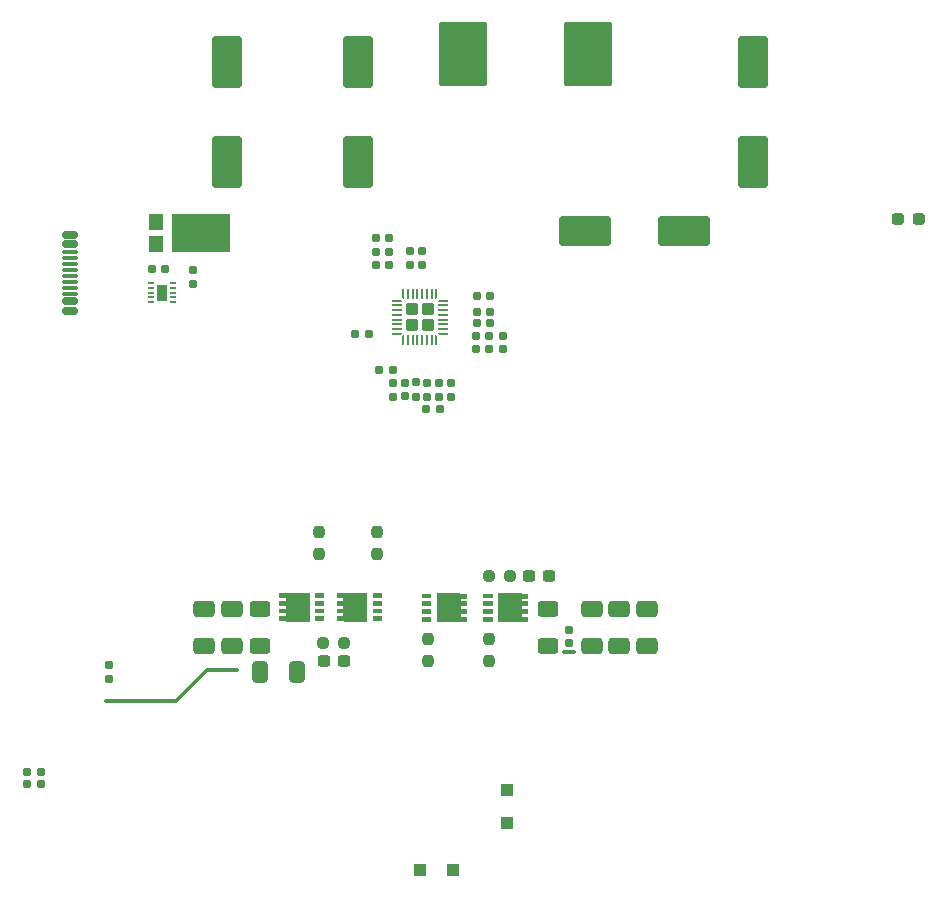
<source format=gtp>
G04 #@! TF.GenerationSoftware,KiCad,Pcbnew,9.0.7-9-ga3ce409f20*
G04 #@! TF.CreationDate,2026-02-05T23:32:44+08:00*
G04 #@! TF.ProjectId,SC8703_Buck-Boost,53433837-3033-45f4-9275-636b2d426f6f,rev?*
G04 #@! TF.SameCoordinates,Original*
G04 #@! TF.FileFunction,Paste,Top*
G04 #@! TF.FilePolarity,Positive*
%FSLAX46Y46*%
G04 Gerber Fmt 4.6, Leading zero omitted, Abs format (unit mm)*
G04 Created by KiCad (PCBNEW 9.0.7-9-ga3ce409f20) date 2026-02-05 23:32:44*
%MOMM*%
%LPD*%
G01*
G04 APERTURE LIST*
G04 Aperture macros list*
%AMRoundRect*
0 Rectangle with rounded corners*
0 $1 Rounding radius*
0 $2 $3 $4 $5 $6 $7 $8 $9 X,Y pos of 4 corners*
0 Add a 4 corners polygon primitive as box body*
4,1,4,$2,$3,$4,$5,$6,$7,$8,$9,$2,$3,0*
0 Add four circle primitives for the rounded corners*
1,1,$1+$1,$2,$3*
1,1,$1+$1,$4,$5*
1,1,$1+$1,$6,$7*
1,1,$1+$1,$8,$9*
0 Add four rect primitives between the rounded corners*
20,1,$1+$1,$2,$3,$4,$5,0*
20,1,$1+$1,$4,$5,$6,$7,0*
20,1,$1+$1,$6,$7,$8,$9,0*
20,1,$1+$1,$8,$9,$2,$3,0*%
%AMFreePoly0*
4,1,14,0.314644,0.085355,0.385355,0.014644,0.400000,-0.020711,0.400000,-0.050000,0.385355,-0.085355,0.350000,-0.100000,-0.350000,-0.100000,-0.385355,-0.085355,-0.400000,-0.050000,-0.400000,0.050000,-0.385355,0.085355,-0.350000,0.100000,0.279289,0.100000,0.314644,0.085355,0.314644,0.085355,$1*%
%AMFreePoly1*
4,1,14,0.385355,0.085355,0.400000,0.050000,0.400000,0.020711,0.385355,-0.014644,0.314644,-0.085355,0.279289,-0.100000,-0.350000,-0.100000,-0.385355,-0.085355,-0.400000,-0.050000,-0.400000,0.050000,-0.385355,0.085355,-0.350000,0.100000,0.350000,0.100000,0.385355,0.085355,0.385355,0.085355,$1*%
%AMFreePoly2*
4,1,14,0.085355,0.385355,0.100000,0.350000,0.100000,-0.350000,0.085355,-0.385355,0.050000,-0.400000,-0.050000,-0.400000,-0.085355,-0.385355,-0.100000,-0.350000,-0.100000,0.279289,-0.085355,0.314644,-0.014644,0.385355,0.020711,0.400000,0.050000,0.400000,0.085355,0.385355,0.085355,0.385355,$1*%
%AMFreePoly3*
4,1,14,0.014644,0.385355,0.085355,0.314644,0.100000,0.279289,0.100000,-0.350000,0.085355,-0.385355,0.050000,-0.400000,-0.050000,-0.400000,-0.085355,-0.385355,-0.100000,-0.350000,-0.100000,0.350000,-0.085355,0.385355,-0.050000,0.400000,-0.020711,0.400000,0.014644,0.385355,0.014644,0.385355,$1*%
%AMFreePoly4*
4,1,14,0.385355,0.085355,0.400000,0.050000,0.400000,-0.050000,0.385355,-0.085355,0.350000,-0.100000,-0.279289,-0.100000,-0.314644,-0.085355,-0.385355,-0.014644,-0.400000,0.020711,-0.400000,0.050000,-0.385355,0.085355,-0.350000,0.100000,0.350000,0.100000,0.385355,0.085355,0.385355,0.085355,$1*%
%AMFreePoly5*
4,1,14,0.385355,0.085355,0.400000,0.050000,0.400000,-0.050000,0.385355,-0.085355,0.350000,-0.100000,-0.350000,-0.100000,-0.385355,-0.085355,-0.400000,-0.050000,-0.400000,-0.020711,-0.385355,0.014644,-0.314644,0.085355,-0.279289,0.100000,0.350000,0.100000,0.385355,0.085355,0.385355,0.085355,$1*%
%AMFreePoly6*
4,1,14,0.085355,0.385355,0.100000,0.350000,0.100000,-0.279289,0.085355,-0.314644,0.014644,-0.385355,-0.020711,-0.400000,-0.050000,-0.400000,-0.085355,-0.385355,-0.100000,-0.350000,-0.100000,0.350000,-0.085355,0.385355,-0.050000,0.400000,0.050000,0.400000,0.085355,0.385355,0.085355,0.385355,$1*%
%AMFreePoly7*
4,1,14,0.085355,0.385355,0.100000,0.350000,0.100000,-0.350000,0.085355,-0.385355,0.050000,-0.400000,0.020711,-0.400000,-0.014644,-0.385355,-0.085355,-0.314644,-0.100000,-0.279289,-0.100000,0.350000,-0.085355,0.385355,-0.050000,0.400000,0.050000,0.400000,0.085355,0.385355,0.085355,0.385355,$1*%
G04 Aperture macros list end*
%ADD10C,0.350000*%
%ADD11C,0.000000*%
%ADD12RoundRect,0.250000X-0.412500X-0.650000X0.412500X-0.650000X0.412500X0.650000X-0.412500X0.650000X0*%
%ADD13R,0.800000X0.400000*%
%ADD14R,2.000000X2.450000*%
%ADD15RoundRect,0.237500X0.250000X0.237500X-0.250000X0.237500X-0.250000X-0.237500X0.250000X-0.237500X0*%
%ADD16RoundRect,0.250000X0.650000X-0.412500X0.650000X0.412500X-0.650000X0.412500X-0.650000X-0.412500X0*%
%ADD17RoundRect,0.237500X0.237500X-0.250000X0.237500X0.250000X-0.237500X0.250000X-0.237500X-0.250000X0*%
%ADD18RoundRect,0.250000X0.300000X-0.300000X0.300000X0.300000X-0.300000X0.300000X-0.300000X-0.300000X0*%
%ADD19RoundRect,0.160000X-0.197500X-0.160000X0.197500X-0.160000X0.197500X0.160000X-0.197500X0.160000X0*%
%ADD20RoundRect,0.250000X0.625000X-0.400000X0.625000X0.400000X-0.625000X0.400000X-0.625000X-0.400000X0*%
%ADD21RoundRect,0.250000X-0.625000X0.400000X-0.625000X-0.400000X0.625000X-0.400000X0.625000X0.400000X0*%
%ADD22RoundRect,0.237500X-0.300000X-0.237500X0.300000X-0.237500X0.300000X0.237500X-0.300000X0.237500X0*%
%ADD23RoundRect,0.237500X0.300000X0.237500X-0.300000X0.237500X-0.300000X-0.237500X0.300000X-0.237500X0*%
%ADD24RoundRect,0.250000X0.300000X0.300000X-0.300000X0.300000X-0.300000X-0.300000X0.300000X-0.300000X0*%
%ADD25RoundRect,0.155000X-0.155000X0.212500X-0.155000X-0.212500X0.155000X-0.212500X0.155000X0.212500X0*%
%ADD26RoundRect,0.155000X-0.212500X-0.155000X0.212500X-0.155000X0.212500X0.155000X-0.212500X0.155000X0*%
%ADD27RoundRect,0.155000X0.155000X-0.212500X0.155000X0.212500X-0.155000X0.212500X-0.155000X-0.212500X0*%
%ADD28RoundRect,0.160000X0.160000X-0.197500X0.160000X0.197500X-0.160000X0.197500X-0.160000X-0.197500X0*%
%ADD29R,1.310000X1.400000*%
%ADD30R,4.910000X3.210000*%
%ADD31RoundRect,0.250002X-1.799998X-2.499998X1.799998X-2.499998X1.799998X2.499998X-1.799998X2.499998X0*%
%ADD32RoundRect,0.250000X1.950000X1.000000X-1.950000X1.000000X-1.950000X-1.000000X1.950000X-1.000000X0*%
%ADD33RoundRect,0.250000X1.000000X-1.950000X1.000000X1.950000X-1.000000X1.950000X-1.000000X-1.950000X0*%
%ADD34RoundRect,0.160000X-0.160000X0.197500X-0.160000X-0.197500X0.160000X-0.197500X0.160000X0.197500X0*%
%ADD35RoundRect,0.160000X0.197500X0.160000X-0.197500X0.160000X-0.197500X-0.160000X0.197500X-0.160000X0*%
%ADD36RoundRect,0.150000X-0.500000X0.150000X-0.500000X-0.150000X0.500000X-0.150000X0.500000X0.150000X0*%
%ADD37RoundRect,0.075000X-0.575000X0.075000X-0.575000X-0.075000X0.575000X-0.075000X0.575000X0.075000X0*%
%ADD38RoundRect,0.155000X0.212500X0.155000X-0.212500X0.155000X-0.212500X-0.155000X0.212500X-0.155000X0*%
%ADD39RoundRect,0.250000X-0.285000X-0.285000X0.285000X-0.285000X0.285000X0.285000X-0.285000X0.285000X0*%
%ADD40FreePoly0,0.000000*%
%ADD41RoundRect,0.050000X-0.350000X-0.050000X0.350000X-0.050000X0.350000X0.050000X-0.350000X0.050000X0*%
%ADD42FreePoly1,0.000000*%
%ADD43FreePoly2,0.000000*%
%ADD44RoundRect,0.050000X-0.050000X-0.350000X0.050000X-0.350000X0.050000X0.350000X-0.050000X0.350000X0*%
%ADD45FreePoly3,0.000000*%
%ADD46FreePoly4,0.000000*%
%ADD47FreePoly5,0.000000*%
%ADD48FreePoly6,0.000000*%
%ADD49FreePoly7,0.000000*%
%ADD50R,0.505000X0.224000*%
%ADD51R,0.900000X1.400000*%
%ADD52RoundRect,0.237500X0.287500X0.237500X-0.287500X0.237500X-0.287500X-0.237500X0.287500X-0.237500X0*%
G04 APERTURE END LIST*
D10*
X119100400Y-114589200D02*
X118059000Y-114589200D01*
X118059000Y-114589200D02*
X115417400Y-117230800D01*
X115417400Y-117230800D02*
X109524600Y-117230800D01*
X120573600Y-114589200D02*
X119100400Y-114589200D01*
X149148600Y-113116000D02*
X148285000Y-113116000D01*
D11*
G04 #@! TO.C,Q1*
G36*
X142233400Y-108572000D02*
G01*
X141433400Y-108572000D01*
X141433400Y-108172000D01*
X142233400Y-108172000D01*
X142233400Y-108572000D01*
G37*
G36*
X142233400Y-109222500D02*
G01*
X141433400Y-109222500D01*
X141433400Y-108822500D01*
X142233400Y-108822500D01*
X142233400Y-109222500D01*
G37*
G36*
X142233400Y-109872500D02*
G01*
X141433400Y-109872500D01*
X141433400Y-109472500D01*
X142233400Y-109472500D01*
X142233400Y-109872500D01*
G37*
G36*
X142233400Y-110522500D02*
G01*
X141433400Y-110522500D01*
X141433400Y-110122500D01*
X142233400Y-110122500D01*
X142233400Y-110522500D01*
G37*
G36*
X144683400Y-108172000D02*
G01*
X145233400Y-108172000D01*
X145233400Y-108577000D01*
X144683400Y-108577000D01*
X144683400Y-108822000D01*
X145233400Y-108822000D01*
X145233400Y-109222000D01*
X144688400Y-109222000D01*
X144688400Y-109462000D01*
X144693400Y-109467000D01*
X145238400Y-109467000D01*
X145233400Y-109472000D01*
X145233400Y-109872000D01*
X144683400Y-109872000D01*
X144683400Y-110127000D01*
X145233400Y-110127000D01*
X145233400Y-110527000D01*
X144683400Y-110527000D01*
X144683400Y-110567000D01*
X142688400Y-110567000D01*
X142683400Y-108122000D01*
X144683400Y-108122000D01*
X144683400Y-108172000D01*
G37*
G04 #@! TO.C,Q2*
G36*
X127984000Y-108541567D02*
G01*
X127184000Y-108541567D01*
X127184000Y-108141567D01*
X127984000Y-108141567D01*
X127984000Y-108541567D01*
G37*
G36*
X127984000Y-109191567D02*
G01*
X127184000Y-109191567D01*
X127184000Y-108791567D01*
X127984000Y-108791567D01*
X127984000Y-109191567D01*
G37*
G36*
X127984000Y-109841567D02*
G01*
X127184000Y-109841567D01*
X127184000Y-109441567D01*
X127984000Y-109441567D01*
X127984000Y-109841567D01*
G37*
G36*
X127984000Y-110492067D02*
G01*
X127184000Y-110492067D01*
X127184000Y-110092067D01*
X127984000Y-110092067D01*
X127984000Y-110492067D01*
G37*
G36*
X126734000Y-110542067D02*
G01*
X124734000Y-110542067D01*
X124734000Y-110492067D01*
X124184000Y-110492067D01*
X124184000Y-110087067D01*
X124734000Y-110087067D01*
X124734000Y-109842067D01*
X124184000Y-109842067D01*
X124184000Y-109442067D01*
X124729000Y-109442067D01*
X124729000Y-109202067D01*
X124724000Y-109197067D01*
X124179000Y-109197067D01*
X124184000Y-109192067D01*
X124184000Y-108792067D01*
X124734000Y-108792067D01*
X124734000Y-108537067D01*
X124184000Y-108537067D01*
X124184000Y-108137067D01*
X124734000Y-108137067D01*
X124734000Y-108097067D01*
X126729000Y-108097067D01*
X126734000Y-110542067D01*
G37*
G04 #@! TO.C,Q4*
G36*
X132863600Y-108541567D02*
G01*
X132063600Y-108541567D01*
X132063600Y-108141567D01*
X132863600Y-108141567D01*
X132863600Y-108541567D01*
G37*
G36*
X132863600Y-109191567D02*
G01*
X132063600Y-109191567D01*
X132063600Y-108791567D01*
X132863600Y-108791567D01*
X132863600Y-109191567D01*
G37*
G36*
X132863600Y-109841567D02*
G01*
X132063600Y-109841567D01*
X132063600Y-109441567D01*
X132863600Y-109441567D01*
X132863600Y-109841567D01*
G37*
G36*
X132863600Y-110492067D02*
G01*
X132063600Y-110492067D01*
X132063600Y-110092067D01*
X132863600Y-110092067D01*
X132863600Y-110492067D01*
G37*
G36*
X131613600Y-110542067D02*
G01*
X129613600Y-110542067D01*
X129613600Y-110492067D01*
X129063600Y-110492067D01*
X129063600Y-110087067D01*
X129613600Y-110087067D01*
X129613600Y-109842067D01*
X129063600Y-109842067D01*
X129063600Y-109442067D01*
X129608600Y-109442067D01*
X129608600Y-109202067D01*
X129603600Y-109197067D01*
X129058600Y-109197067D01*
X129063600Y-109192067D01*
X129063600Y-108792067D01*
X129613600Y-108792067D01*
X129613600Y-108537067D01*
X129063600Y-108537067D01*
X129063600Y-108137067D01*
X129613600Y-108137067D01*
X129613600Y-108097067D01*
X131608600Y-108097067D01*
X131613600Y-110542067D01*
G37*
G04 #@! TO.C,Q3*
G36*
X137051800Y-108572000D02*
G01*
X136251800Y-108572000D01*
X136251800Y-108172000D01*
X137051800Y-108172000D01*
X137051800Y-108572000D01*
G37*
G36*
X137051800Y-109222500D02*
G01*
X136251800Y-109222500D01*
X136251800Y-108822500D01*
X137051800Y-108822500D01*
X137051800Y-109222500D01*
G37*
G36*
X137051800Y-109872500D02*
G01*
X136251800Y-109872500D01*
X136251800Y-109472500D01*
X137051800Y-109472500D01*
X137051800Y-109872500D01*
G37*
G36*
X137051800Y-110522500D02*
G01*
X136251800Y-110522500D01*
X136251800Y-110122500D01*
X137051800Y-110122500D01*
X137051800Y-110522500D01*
G37*
G36*
X139501800Y-108172000D02*
G01*
X140051800Y-108172000D01*
X140051800Y-108577000D01*
X139501800Y-108577000D01*
X139501800Y-108822000D01*
X140051800Y-108822000D01*
X140051800Y-109222000D01*
X139506800Y-109222000D01*
X139506800Y-109462000D01*
X139511800Y-109467000D01*
X140056800Y-109467000D01*
X140051800Y-109472000D01*
X140051800Y-109872000D01*
X139501800Y-109872000D01*
X139501800Y-110127000D01*
X140051800Y-110127000D01*
X140051800Y-110527000D01*
X139501800Y-110527000D01*
X139501800Y-110567000D01*
X137506800Y-110567000D01*
X137501800Y-108122000D01*
X139501800Y-108122000D01*
X139501800Y-108172000D01*
G37*
G04 #@! TD*
D12*
G04 #@! TO.C,C11*
X122554800Y-114817800D03*
X125679800Y-114817800D03*
G04 #@! TD*
D13*
G04 #@! TO.C,Q1*
X144833400Y-108372000D03*
X144833400Y-109022000D03*
D14*
X143683400Y-109347000D03*
D13*
X144833400Y-109672500D03*
X144833400Y-110322000D03*
X141833400Y-110322000D03*
X141833400Y-108372000D03*
X141833400Y-109022000D03*
X141833400Y-109672000D03*
G04 #@! TD*
D15*
G04 #@! TO.C,R2*
X129690300Y-112328600D03*
X127865300Y-112328600D03*
G04 #@! TD*
D16*
G04 #@! TO.C,C7*
X152958600Y-112595700D03*
X152958600Y-109470700D03*
G04 #@! TD*
D13*
G04 #@! TO.C,Q2*
X124584000Y-110292067D03*
X124584000Y-109642067D03*
D14*
X125734000Y-109317067D03*
D13*
X124584000Y-108991567D03*
X124584000Y-108342067D03*
X127584000Y-108342067D03*
X127584000Y-110292067D03*
X127584000Y-109642067D03*
X127584000Y-108992067D03*
G04 #@! TD*
D17*
G04 #@! TO.C,R13*
X136753400Y-113825300D03*
X136753400Y-112000300D03*
G04 #@! TD*
D18*
G04 #@! TO.C,D2*
X143455600Y-127585700D03*
X143455600Y-124785700D03*
G04 #@! TD*
D15*
G04 #@! TO.C,R1*
X143738400Y-106664400D03*
X141913400Y-106664400D03*
G04 #@! TD*
D16*
G04 #@! TO.C,C8*
X155295400Y-112595700D03*
X155295400Y-109470700D03*
G04 #@! TD*
D19*
G04 #@! TO.C,R12*
X102792400Y-124241200D03*
X103987400Y-124241200D03*
G04 #@! TD*
D20*
G04 #@! TO.C,R7*
X146913400Y-112583200D03*
X146913400Y-109483200D03*
G04 #@! TD*
D13*
G04 #@! TO.C,Q4*
X129463600Y-110292067D03*
X129463600Y-109642067D03*
D14*
X130613600Y-109317067D03*
D13*
X129463600Y-108991567D03*
X129463600Y-108342067D03*
X132463600Y-108342067D03*
X132463600Y-110292067D03*
X132463600Y-109642067D03*
X132463600Y-108992067D03*
G04 #@! TD*
G04 #@! TO.C,Q3*
X139651800Y-108372000D03*
X139651800Y-109022000D03*
D14*
X138501800Y-109347000D03*
D13*
X139651800Y-109672500D03*
X139651800Y-110322000D03*
X136651800Y-110322000D03*
X136651800Y-108372000D03*
X136651800Y-109022000D03*
X136651800Y-109672000D03*
G04 #@! TD*
D19*
G04 #@! TO.C,R11*
X102792400Y-123250600D03*
X103987400Y-123250600D03*
G04 #@! TD*
D17*
G04 #@! TO.C,R9*
X141909600Y-113825300D03*
X141909600Y-112000300D03*
G04 #@! TD*
D16*
G04 #@! TO.C,C12*
X117779600Y-112595700D03*
X117779600Y-109470700D03*
G04 #@! TD*
D21*
G04 #@! TO.C,R8*
X122554800Y-109483200D03*
X122554800Y-112583200D03*
G04 #@! TD*
D22*
G04 #@! TO.C,C2*
X127915300Y-113852600D03*
X129640300Y-113852600D03*
G04 #@! TD*
D16*
G04 #@! TO.C,C6*
X150621800Y-112595700D03*
X150621800Y-109470700D03*
G04 #@! TD*
D23*
G04 #@! TO.C,C1*
X147038200Y-106664400D03*
X145313200Y-106664400D03*
G04 #@! TD*
D17*
G04 #@! TO.C,R10*
X127558600Y-104782900D03*
X127558600Y-102957900D03*
G04 #@! TD*
G04 #@! TO.C,R14*
X132460800Y-104782900D03*
X132460800Y-102957900D03*
G04 #@! TD*
D16*
G04 #@! TO.C,C13*
X120167200Y-112595700D03*
X120167200Y-109470700D03*
G04 #@! TD*
D24*
G04 #@! TO.C,D3*
X138886600Y-131570500D03*
X136086600Y-131570500D03*
G04 #@! TD*
D25*
G04 #@! TO.C,C9*
X148716800Y-111202300D03*
X148716800Y-112337300D03*
G04 #@! TD*
G04 #@! TO.C,C14*
X109753200Y-114237100D03*
X109753200Y-115372100D03*
G04 #@! TD*
D26*
G04 #@! TO.C,C22*
X136630000Y-92532200D03*
X137765000Y-92532200D03*
G04 #@! TD*
D27*
G04 #@! TO.C,C16*
X136274400Y-80303500D03*
X136274400Y-79168500D03*
G04 #@! TD*
D19*
G04 #@! TO.C,R16*
X132586800Y-89255600D03*
X133781800Y-89255600D03*
G04 #@! TD*
D28*
G04 #@! TO.C,R21*
X116879900Y-81969300D03*
X116879900Y-80774300D03*
G04 #@! TD*
D29*
G04 #@! TO.C,D4*
X113715800Y-78593400D03*
D30*
X117565800Y-77663400D03*
D29*
X113715800Y-76733400D03*
G04 #@! TD*
D31*
G04 #@! TO.C,L1*
X139708600Y-62484000D03*
X150308600Y-62484000D03*
G04 #@! TD*
D27*
G04 #@! TO.C,C21*
X136714900Y-91474100D03*
X136714900Y-90339100D03*
G04 #@! TD*
D32*
G04 #@! TO.C,C25*
X158470600Y-77419200D03*
X150070600Y-77419200D03*
G04 #@! TD*
D33*
G04 #@! TO.C,C5*
X119710200Y-71582500D03*
X119710200Y-63182500D03*
G04 #@! TD*
D27*
G04 #@! TO.C,C19*
X134784500Y-91457400D03*
X134784500Y-90322400D03*
G04 #@! TD*
D26*
G04 #@! TO.C,C20*
X140871800Y-85281900D03*
X142006800Y-85281900D03*
G04 #@! TD*
D34*
G04 #@! TO.C,R4*
X133463700Y-78055000D03*
X133463700Y-79250000D03*
G04 #@! TD*
D28*
G04 #@! TO.C,R18*
X135749700Y-91478700D03*
X135749700Y-90283700D03*
G04 #@! TD*
G04 #@! TO.C,R19*
X137705500Y-91504100D03*
X137705500Y-90309100D03*
G04 #@! TD*
D35*
G04 #@! TO.C,R5*
X143094900Y-86340000D03*
X141899900Y-86340000D03*
G04 #@! TD*
D36*
G04 #@! TO.C,J3*
X106470800Y-77800000D03*
X106470800Y-78600000D03*
D37*
X106470800Y-79750000D03*
X106470800Y-80750000D03*
X106470800Y-81250000D03*
X106470800Y-82250000D03*
D36*
X106470800Y-83400000D03*
X106470800Y-84200000D03*
X106470800Y-84200000D03*
X106470800Y-83400000D03*
D37*
X106470800Y-82750000D03*
X106470800Y-81750000D03*
X106470800Y-80250000D03*
X106470800Y-79250000D03*
D36*
X106470800Y-78600000D03*
X106470800Y-77800000D03*
G04 #@! TD*
D28*
G04 #@! TO.C,R17*
X133819300Y-91487400D03*
X133819300Y-90292400D03*
G04 #@! TD*
D33*
G04 #@! TO.C,C10*
X164287200Y-71582500D03*
X164287200Y-63182500D03*
G04 #@! TD*
D28*
G04 #@! TO.C,R20*
X138696100Y-91529500D03*
X138696100Y-90334500D03*
G04 #@! TD*
D38*
G04 #@! TO.C,C23*
X114501000Y-80711400D03*
X113366000Y-80711400D03*
G04 #@! TD*
D39*
G04 #@! TO.C,U1*
X135408200Y-84099400D03*
X135408200Y-85419400D03*
X136728200Y-84099400D03*
X136728200Y-85419400D03*
D40*
X134118200Y-83359400D03*
D41*
X134118200Y-83759400D03*
X134118200Y-84159400D03*
X134118200Y-84559400D03*
X134118200Y-84959400D03*
X134118200Y-85359400D03*
X134118200Y-85759400D03*
D42*
X134118200Y-86159400D03*
D43*
X134668200Y-86709400D03*
D44*
X135068200Y-86709400D03*
X135468200Y-86709400D03*
X135868200Y-86709400D03*
X136268200Y-86709400D03*
X136668200Y-86709400D03*
X137068200Y-86709400D03*
D45*
X137468200Y-86709400D03*
D46*
X138018200Y-86159400D03*
D41*
X138018200Y-85759400D03*
X138018200Y-85359400D03*
X138018200Y-84959400D03*
X138018200Y-84559400D03*
X138018200Y-84159400D03*
X138018200Y-83759400D03*
D47*
X138018200Y-83359400D03*
D48*
X137468200Y-82809400D03*
D44*
X137068200Y-82809400D03*
X136668200Y-82809400D03*
X136268200Y-82809400D03*
X135868200Y-82809400D03*
X135468200Y-82809400D03*
X135068200Y-82809400D03*
D49*
X134668200Y-82809400D03*
G04 #@! TD*
D33*
G04 #@! TO.C,C24*
X130810000Y-71582500D03*
X130810000Y-63182500D03*
G04 #@! TD*
D26*
G04 #@! TO.C,C18*
X140871800Y-84291300D03*
X142006800Y-84291300D03*
G04 #@! TD*
G04 #@! TO.C,C3*
X132328700Y-80303500D03*
X133463700Y-80303500D03*
G04 #@! TD*
D35*
G04 #@! TO.C,R6*
X143094900Y-87475000D03*
X141899900Y-87475000D03*
G04 #@! TD*
D50*
G04 #@! TO.C,U2*
X113348500Y-81879800D03*
X113348500Y-82279800D03*
X113348500Y-82679800D03*
X113348500Y-83079800D03*
X113348500Y-83479800D03*
X115203500Y-83479800D03*
X115203500Y-83079800D03*
X115203500Y-82679800D03*
X115203500Y-82279800D03*
X115203500Y-81879800D03*
D51*
X114276000Y-82679800D03*
G04 #@! TD*
D52*
G04 #@! TO.C,D1*
X178318600Y-76416000D03*
X176568600Y-76416000D03*
G04 #@! TD*
D19*
G04 #@! TO.C,R15*
X130571500Y-86170900D03*
X131766500Y-86170900D03*
G04 #@! TD*
D27*
G04 #@! TO.C,C15*
X135207600Y-80303500D03*
X135207600Y-79168500D03*
G04 #@! TD*
D34*
G04 #@! TO.C,R3*
X132328700Y-78055000D03*
X132328700Y-79250000D03*
G04 #@! TD*
D26*
G04 #@! TO.C,C17*
X140871800Y-82970500D03*
X142006800Y-82970500D03*
G04 #@! TD*
D25*
G04 #@! TO.C,C4*
X140795600Y-86340000D03*
X140795600Y-87475000D03*
G04 #@! TD*
M02*

</source>
